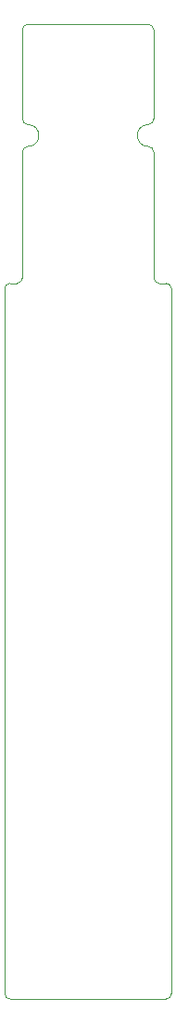
<source format=gm1>
G04 #@! TF.GenerationSoftware,KiCad,Pcbnew,7.0.10*
G04 #@! TF.CreationDate,2024-01-06T05:40:10+01:00*
G04 #@! TF.ProjectId,universal-tc2030,756e6976-6572-4736-916c-2d7463323033,rev?*
G04 #@! TF.SameCoordinates,Original*
G04 #@! TF.FileFunction,Profile,NP*
%FSLAX46Y46*%
G04 Gerber Fmt 4.6, Leading zero omitted, Abs format (unit mm)*
G04 Created by KiCad (PCBNEW 7.0.10) date 2024-01-06 05:40:10*
%MOMM*%
%LPD*%
G01*
G04 APERTURE LIST*
G04 #@! TA.AperFunction,Profile*
%ADD10C,0.100000*%
G04 #@! TD*
G04 APERTURE END LIST*
D10*
X144500000Y-50000000D02*
G75*
G03*
X144500000Y-48000000I0J1000000D01*
G01*
X143500000Y-62500000D02*
G75*
G03*
X144000000Y-62000000I0J500000D01*
G01*
X142880000Y-127900000D02*
X157120000Y-127900000D01*
X156000000Y-50500000D02*
G75*
G03*
X155500000Y-50000000I-500000J0D01*
G01*
X142380000Y-63000000D02*
X142380000Y-127400000D01*
X144000000Y-39350000D02*
X144000000Y-47500000D01*
X144500000Y-38850000D02*
X155500000Y-38850000D01*
X156000000Y-39350000D02*
X156000000Y-47500000D01*
X156500000Y-62500000D02*
X157120000Y-62500000D01*
X142880000Y-62500000D02*
G75*
G03*
X142380000Y-63000000I0J-500000D01*
G01*
X142380000Y-127400000D02*
G75*
G03*
X142880000Y-127900000I500000J0D01*
G01*
X155500000Y-48000000D02*
G75*
G03*
X156000000Y-47500000I0J500000D01*
G01*
X144500000Y-50000000D02*
G75*
G03*
X144000000Y-50500000I0J-500000D01*
G01*
X144000000Y-62000000D02*
X144000000Y-50500000D01*
X144500000Y-38850000D02*
G75*
G03*
X144000000Y-39350000I0J-500000D01*
G01*
X157120000Y-127900000D02*
G75*
G03*
X157620000Y-127400000I0J500000D01*
G01*
X157620000Y-63000000D02*
X157620000Y-127400000D01*
X156000000Y-39350000D02*
G75*
G03*
X155500000Y-38850000I-500000J0D01*
G01*
X156000000Y-50500000D02*
X156000000Y-62000000D01*
X143500000Y-62500000D02*
X142880000Y-62500000D01*
X157620000Y-63000000D02*
G75*
G03*
X157120000Y-62500000I-500000J0D01*
G01*
X144000000Y-47500000D02*
G75*
G03*
X144500000Y-48000000I500000J0D01*
G01*
X156000000Y-62000000D02*
G75*
G03*
X156500000Y-62500000I500000J0D01*
G01*
X155500000Y-48000000D02*
G75*
G03*
X155500000Y-50000000I0J-1000000D01*
G01*
M02*

</source>
